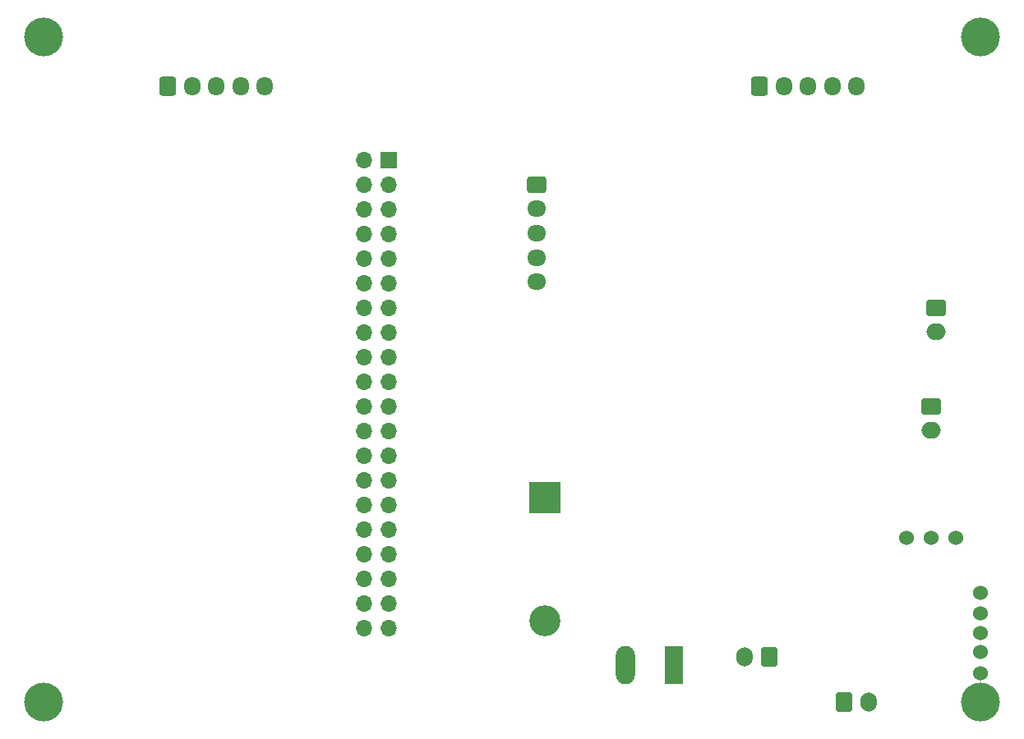
<source format=gbs>
%TF.GenerationSoftware,KiCad,Pcbnew,(6.0.6)*%
%TF.CreationDate,2022-07-05T22:30:03+09:00*%
%TF.ProjectId,arliss,61726c69-7373-42e6-9b69-6361645f7063,rev?*%
%TF.SameCoordinates,Original*%
%TF.FileFunction,Soldermask,Bot*%
%TF.FilePolarity,Negative*%
%FSLAX46Y46*%
G04 Gerber Fmt 4.6, Leading zero omitted, Abs format (unit mm)*
G04 Created by KiCad (PCBNEW (6.0.6)) date 2022-07-05 22:30:03*
%MOMM*%
%LPD*%
G01*
G04 APERTURE LIST*
G04 Aperture macros list*
%AMRoundRect*
0 Rectangle with rounded corners*
0 $1 Rounding radius*
0 $2 $3 $4 $5 $6 $7 $8 $9 X,Y pos of 4 corners*
0 Add a 4 corners polygon primitive as box body*
4,1,4,$2,$3,$4,$5,$6,$7,$8,$9,$2,$3,0*
0 Add four circle primitives for the rounded corners*
1,1,$1+$1,$2,$3*
1,1,$1+$1,$4,$5*
1,1,$1+$1,$6,$7*
1,1,$1+$1,$8,$9*
0 Add four rect primitives between the rounded corners*
20,1,$1+$1,$2,$3,$4,$5,0*
20,1,$1+$1,$4,$5,$6,$7,0*
20,1,$1+$1,$6,$7,$8,$9,0*
20,1,$1+$1,$8,$9,$2,$3,0*%
G04 Aperture macros list end*
%ADD10C,4.000000*%
%ADD11RoundRect,0.250000X-0.600000X-0.725000X0.600000X-0.725000X0.600000X0.725000X-0.600000X0.725000X0*%
%ADD12O,1.700000X1.950000*%
%ADD13R,1.700000X1.700000*%
%ADD14O,1.700000X1.700000*%
%ADD15C,1.524000*%
%ADD16R,3.200000X3.200000*%
%ADD17O,3.200000X3.200000*%
%ADD18RoundRect,0.250000X-0.750000X0.600000X-0.750000X-0.600000X0.750000X-0.600000X0.750000X0.600000X0*%
%ADD19O,2.000000X1.700000*%
%ADD20RoundRect,0.250000X-0.725000X0.600000X-0.725000X-0.600000X0.725000X-0.600000X0.725000X0.600000X0*%
%ADD21O,1.950000X1.700000*%
%ADD22RoundRect,0.250000X-0.600000X-0.750000X0.600000X-0.750000X0.600000X0.750000X-0.600000X0.750000X0*%
%ADD23O,1.700000X2.000000*%
%ADD24RoundRect,0.250000X0.600000X0.750000X-0.600000X0.750000X-0.600000X-0.750000X0.600000X-0.750000X0*%
%ADD25R,1.980000X3.960000*%
%ADD26O,1.980000X3.960000*%
G04 APERTURE END LIST*
D10*
%TO.C,REF\u002A\u002A*%
X78740000Y-53340000D03*
%TD*%
D11*
%TO.C,GPS_MAXB1*%
X91520000Y-58412500D03*
D12*
X94020000Y-58412500D03*
X96520000Y-58412500D03*
X99020000Y-58412500D03*
X101520000Y-58412500D03*
%TD*%
D13*
%TO.C,J1*%
X114300000Y-66040000D03*
D14*
X111760000Y-66040000D03*
X114300000Y-68580000D03*
X111760000Y-68580000D03*
X114300000Y-71120000D03*
X111760000Y-71120000D03*
X114300000Y-73660000D03*
X111760000Y-73660000D03*
X114300000Y-76200000D03*
X111760000Y-76200000D03*
X114300000Y-78740000D03*
X111760000Y-78740000D03*
X114300000Y-81280000D03*
X111760000Y-81280000D03*
X114300000Y-83820000D03*
X111760000Y-83820000D03*
X114300000Y-86360000D03*
X111760000Y-86360000D03*
X114300000Y-88900000D03*
X111760000Y-88900000D03*
X114300000Y-91440000D03*
X111760000Y-91440000D03*
X114300000Y-93980000D03*
X111760000Y-93980000D03*
X114300000Y-96520000D03*
X111760000Y-96520000D03*
X114300000Y-99060000D03*
X111760000Y-99060000D03*
X114300000Y-101600000D03*
X111760000Y-101600000D03*
X114300000Y-104140000D03*
X111760000Y-104140000D03*
X114300000Y-106680000D03*
X111760000Y-106680000D03*
X114300000Y-109220000D03*
X111760000Y-109220000D03*
X114300000Y-111760000D03*
X111760000Y-111760000D03*
X114300000Y-114300000D03*
X111760000Y-114300000D03*
%TD*%
D15*
%TO.C,3V3Regu1*%
X172700000Y-104975000D03*
X170160000Y-104975000D03*
X167620000Y-104975000D03*
%TD*%
D16*
%TO.C,stranger1*%
X130400000Y-100850000D03*
D17*
X130400000Y-113550000D03*
%TD*%
D18*
%TO.C,Motor_2*%
X170180000Y-91440000D03*
D19*
X170180000Y-93940000D03*
%TD*%
D15*
%TO.C,S1*%
X175200000Y-114800000D03*
X175200000Y-116800000D03*
X175200000Y-118950000D03*
X175200000Y-112800000D03*
X175200000Y-110650000D03*
%TD*%
D18*
%TO.C,Motor_1*%
X170630000Y-81280000D03*
D19*
X170630000Y-83780000D03*
%TD*%
D20*
%TO.C,Balom1*%
X129540000Y-68580000D03*
D21*
X129540000Y-71080000D03*
X129540000Y-73580000D03*
X129540000Y-76080000D03*
X129540000Y-78580000D03*
%TD*%
D22*
%TO.C,release_detect1*%
X161200000Y-121920000D03*
D23*
X163700000Y-121920000D03*
%TD*%
D24*
%TO.C,NiCr_Wire1*%
X153450000Y-117267500D03*
D23*
X150950000Y-117267500D03*
%TD*%
D11*
%TO.C,9axis1*%
X152480000Y-58412500D03*
D12*
X154980000Y-58412500D03*
X157480000Y-58412500D03*
X159980000Y-58412500D03*
X162480000Y-58412500D03*
%TD*%
D10*
%TO.C,REF\u002A\u002A*%
X78740000Y-121920000D03*
%TD*%
%TO.C,REF\u002A\u002A*%
X175260000Y-53340000D03*
%TD*%
D25*
%TO.C,J2*%
X143635000Y-118090000D03*
D26*
X138635000Y-118090000D03*
%TD*%
D10*
%TO.C,REF\u002A\u002A*%
X175260000Y-121920000D03*
%TD*%
M02*

</source>
